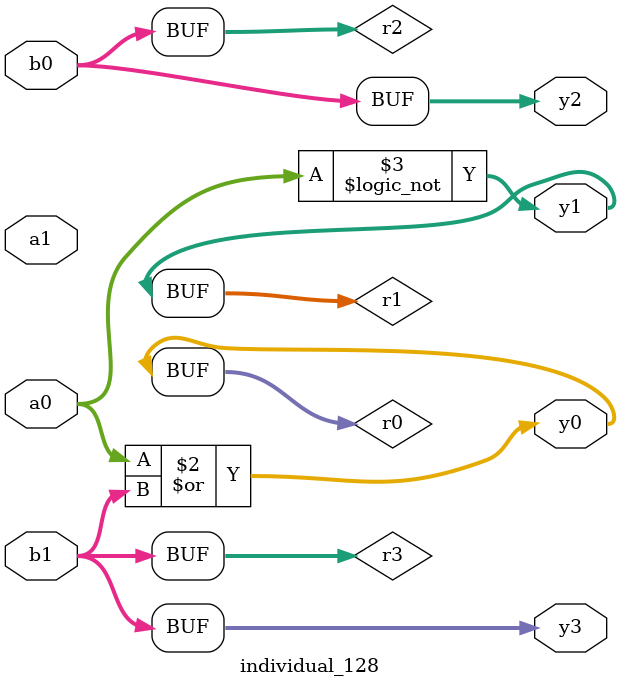
<source format=sv>
module individual_128(input logic [15:0] a1, input logic [15:0] a0, input logic [15:0] b1, input logic [15:0] b0, output logic [15:0] y3, output logic [15:0] y2, output logic [15:0] y1, output logic [15:0] y0);
logic [15:0] r0, r1, r2, r3; 
 always@(*) begin 
	 r0 = a0; r1 = a1; r2 = b0; r3 = b1; 
 	 r0  |=  r3 ;
 	 r1 = ! a0 ;
 	 y3 = r3; y2 = r2; y1 = r1; y0 = r0; 
end
endmodule
</source>
